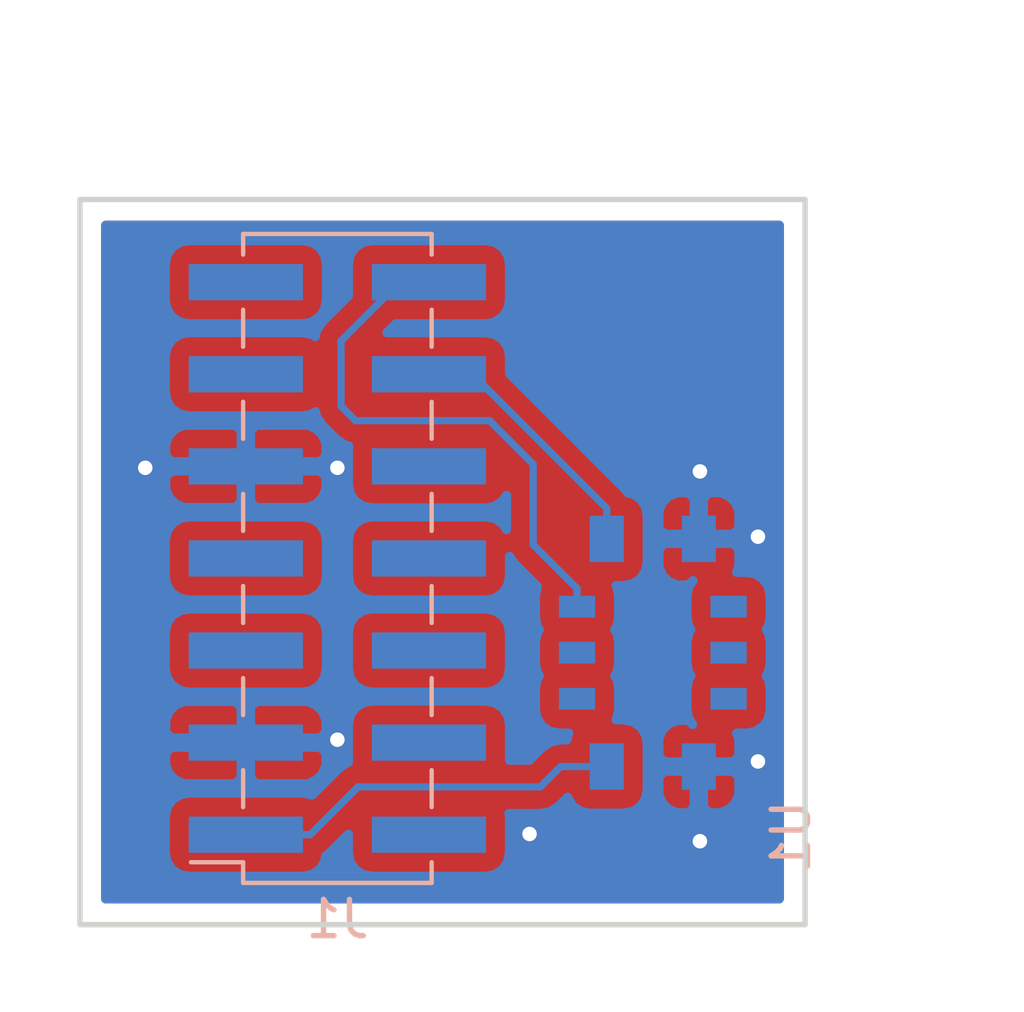
<source format=kicad_pcb>
(kicad_pcb (version 4) (host pcbnew 4.0.7-e2-6376~58~ubuntu16.04.1)

  (general
    (links 6)
    (no_connects 1)
    (area 131.924999 95.924999 152.075001 116.075001)
    (thickness 1.6)
    (drawings 6)
    (tracks 44)
    (zones 0)
    (modules 2)
    (nets 19)
  )

  (page A4)
  (layers
    (0 F.Cu signal)
    (31 B.Cu signal)
    (32 B.Adhes user)
    (33 F.Adhes user)
    (34 B.Paste user)
    (35 F.Paste user)
    (36 B.SilkS user)
    (37 F.SilkS user)
    (38 B.Mask user)
    (39 F.Mask user)
    (40 Dwgs.User user)
    (41 Cmts.User user)
    (42 Eco1.User user)
    (43 Eco2.User user)
    (44 Edge.Cuts user)
    (45 Margin user)
    (46 B.CrtYd user)
    (47 F.CrtYd user)
    (48 B.Fab user)
    (49 F.Fab user)
  )

  (setup
    (last_trace_width 0.2)
    (trace_clearance 0.2)
    (zone_clearance 0.508)
    (zone_45_only no)
    (trace_min 0.2)
    (segment_width 0.2)
    (edge_width 0.15)
    (via_size 0.6)
    (via_drill 0.4)
    (via_min_size 0.4)
    (via_min_drill 0.3)
    (uvia_size 0.3)
    (uvia_drill 0.1)
    (uvias_allowed no)
    (uvia_min_size 0.2)
    (uvia_min_drill 0.1)
    (pcb_text_width 0.3)
    (pcb_text_size 1.5 1.5)
    (mod_edge_width 0.15)
    (mod_text_size 1 1)
    (mod_text_width 0.15)
    (pad_size 1.524 1.524)
    (pad_drill 0.762)
    (pad_to_mask_clearance 0.2)
    (aux_axis_origin 0 0)
    (visible_elements FFFFFF7F)
    (pcbplotparams
      (layerselection 0x00000_80000000)
      (usegerberextensions false)
      (excludeedgelayer true)
      (linewidth 0.100000)
      (plotframeref false)
      (viasonmask false)
      (mode 1)
      (useauxorigin false)
      (hpglpennumber 1)
      (hpglpenspeed 20)
      (hpglpendiameter 15)
      (hpglpenoverlay 2)
      (psnegative true)
      (psa4output false)
      (plotreference true)
      (plotvalue true)
      (plotinvisibletext false)
      (padsonsilk false)
      (subtractmaskfromsilk false)
      (outputformat 5)
      (mirror false)
      (drillshape 0)
      (scaleselection 1)
      (outputdirectory gerbers))
  )

  (net 0 "")
  (net 1 "Net-(J1-Pad4)")
  (net 2 "Net-(J1-Pad5)")
  (net 3 "Net-(J1-Pad6)")
  (net 4 "Net-(J1-Pad7)")
  (net 5 "Net-(J1-Pad8)")
  (net 6 GND)
  (net 7 VCC)
  (net 8 "Net-(U1-Pad1)")
  (net 9 "Net-(U1-Pad2)")
  (net 10 "Net-(U1-Pad3)")
  (net 11 "Net-(U1-Pad6)")
  (net 12 "Net-(U1-Pad7)")
  (net 13 "Net-(J1-Pad2)")
  (net 14 "Net-(J1-Pad10)")
  (net 15 "Net-(J1-Pad11)")
  (net 16 EN)
  (net 17 "Net-(J1-Pad13)")
  (net 18 HRF_CLKIN)

  (net_class Default "This is the default net class."
    (clearance 0.2)
    (trace_width 0.2)
    (via_dia 0.6)
    (via_drill 0.4)
    (uvia_dia 0.3)
    (uvia_drill 0.1)
    (add_net EN)
    (add_net GND)
    (add_net HRF_CLKIN)
    (add_net "Net-(J1-Pad10)")
    (add_net "Net-(J1-Pad11)")
    (add_net "Net-(J1-Pad13)")
    (add_net "Net-(J1-Pad2)")
    (add_net "Net-(J1-Pad4)")
    (add_net "Net-(J1-Pad5)")
    (add_net "Net-(J1-Pad6)")
    (add_net "Net-(J1-Pad7)")
    (add_net "Net-(J1-Pad8)")
    (add_net "Net-(U1-Pad1)")
    (add_net "Net-(U1-Pad2)")
    (add_net "Net-(U1-Pad3)")
    (add_net "Net-(U1-Pad6)")
    (add_net "Net-(U1-Pad7)")
    (add_net VCC)
  )

  (module Pin_Headers:Pin_Header_Straight_2x07_Pitch2.54mm_SMD (layer B.Cu) (tedit 59650532) (tstamp 59DE576F)
    (at 139.1 105.9)
    (descr "surface-mounted straight pin header, 2x07, 2.54mm pitch, double rows")
    (tags "Surface mounted pin header SMD 2x07 2.54mm double row")
    (path /59DE5636)
    (attr smd)
    (fp_text reference J1 (at 0 9.95) (layer B.SilkS)
      (effects (font (size 1 1) (thickness 0.15)) (justify mirror))
    )
    (fp_text value Conn_02x07_Odd_Even (at 0 -9.95) (layer B.Fab)
      (effects (font (size 1 1) (thickness 0.15)) (justify mirror))
    )
    (fp_line (start 2.54 -8.89) (end -2.54 -8.89) (layer B.Fab) (width 0.1))
    (fp_line (start -1.59 8.89) (end 2.54 8.89) (layer B.Fab) (width 0.1))
    (fp_line (start -2.54 -8.89) (end -2.54 7.94) (layer B.Fab) (width 0.1))
    (fp_line (start -2.54 7.94) (end -1.59 8.89) (layer B.Fab) (width 0.1))
    (fp_line (start 2.54 8.89) (end 2.54 -8.89) (layer B.Fab) (width 0.1))
    (fp_line (start -2.54 7.94) (end -3.6 7.94) (layer B.Fab) (width 0.1))
    (fp_line (start -3.6 7.94) (end -3.6 7.3) (layer B.Fab) (width 0.1))
    (fp_line (start -3.6 7.3) (end -2.54 7.3) (layer B.Fab) (width 0.1))
    (fp_line (start 2.54 7.94) (end 3.6 7.94) (layer B.Fab) (width 0.1))
    (fp_line (start 3.6 7.94) (end 3.6 7.3) (layer B.Fab) (width 0.1))
    (fp_line (start 3.6 7.3) (end 2.54 7.3) (layer B.Fab) (width 0.1))
    (fp_line (start -2.54 5.4) (end -3.6 5.4) (layer B.Fab) (width 0.1))
    (fp_line (start -3.6 5.4) (end -3.6 4.76) (layer B.Fab) (width 0.1))
    (fp_line (start -3.6 4.76) (end -2.54 4.76) (layer B.Fab) (width 0.1))
    (fp_line (start 2.54 5.4) (end 3.6 5.4) (layer B.Fab) (width 0.1))
    (fp_line (start 3.6 5.4) (end 3.6 4.76) (layer B.Fab) (width 0.1))
    (fp_line (start 3.6 4.76) (end 2.54 4.76) (layer B.Fab) (width 0.1))
    (fp_line (start -2.54 2.86) (end -3.6 2.86) (layer B.Fab) (width 0.1))
    (fp_line (start -3.6 2.86) (end -3.6 2.22) (layer B.Fab) (width 0.1))
    (fp_line (start -3.6 2.22) (end -2.54 2.22) (layer B.Fab) (width 0.1))
    (fp_line (start 2.54 2.86) (end 3.6 2.86) (layer B.Fab) (width 0.1))
    (fp_line (start 3.6 2.86) (end 3.6 2.22) (layer B.Fab) (width 0.1))
    (fp_line (start 3.6 2.22) (end 2.54 2.22) (layer B.Fab) (width 0.1))
    (fp_line (start -2.54 0.32) (end -3.6 0.32) (layer B.Fab) (width 0.1))
    (fp_line (start -3.6 0.32) (end -3.6 -0.32) (layer B.Fab) (width 0.1))
    (fp_line (start -3.6 -0.32) (end -2.54 -0.32) (layer B.Fab) (width 0.1))
    (fp_line (start 2.54 0.32) (end 3.6 0.32) (layer B.Fab) (width 0.1))
    (fp_line (start 3.6 0.32) (end 3.6 -0.32) (layer B.Fab) (width 0.1))
    (fp_line (start 3.6 -0.32) (end 2.54 -0.32) (layer B.Fab) (width 0.1))
    (fp_line (start -2.54 -2.22) (end -3.6 -2.22) (layer B.Fab) (width 0.1))
    (fp_line (start -3.6 -2.22) (end -3.6 -2.86) (layer B.Fab) (width 0.1))
    (fp_line (start -3.6 -2.86) (end -2.54 -2.86) (layer B.Fab) (width 0.1))
    (fp_line (start 2.54 -2.22) (end 3.6 -2.22) (layer B.Fab) (width 0.1))
    (fp_line (start 3.6 -2.22) (end 3.6 -2.86) (layer B.Fab) (width 0.1))
    (fp_line (start 3.6 -2.86) (end 2.54 -2.86) (layer B.Fab) (width 0.1))
    (fp_line (start -2.54 -4.76) (end -3.6 -4.76) (layer B.Fab) (width 0.1))
    (fp_line (start -3.6 -4.76) (end -3.6 -5.4) (layer B.Fab) (width 0.1))
    (fp_line (start -3.6 -5.4) (end -2.54 -5.4) (layer B.Fab) (width 0.1))
    (fp_line (start 2.54 -4.76) (end 3.6 -4.76) (layer B.Fab) (width 0.1))
    (fp_line (start 3.6 -4.76) (end 3.6 -5.4) (layer B.Fab) (width 0.1))
    (fp_line (start 3.6 -5.4) (end 2.54 -5.4) (layer B.Fab) (width 0.1))
    (fp_line (start -2.54 -7.3) (end -3.6 -7.3) (layer B.Fab) (width 0.1))
    (fp_line (start -3.6 -7.3) (end -3.6 -7.94) (layer B.Fab) (width 0.1))
    (fp_line (start -3.6 -7.94) (end -2.54 -7.94) (layer B.Fab) (width 0.1))
    (fp_line (start 2.54 -7.3) (end 3.6 -7.3) (layer B.Fab) (width 0.1))
    (fp_line (start 3.6 -7.3) (end 3.6 -7.94) (layer B.Fab) (width 0.1))
    (fp_line (start 3.6 -7.94) (end 2.54 -7.94) (layer B.Fab) (width 0.1))
    (fp_line (start -2.6 8.95) (end 2.6 8.95) (layer B.SilkS) (width 0.12))
    (fp_line (start -2.6 -8.95) (end 2.6 -8.95) (layer B.SilkS) (width 0.12))
    (fp_line (start -4.04 8.38) (end -2.6 8.38) (layer B.SilkS) (width 0.12))
    (fp_line (start -2.6 8.95) (end -2.6 8.38) (layer B.SilkS) (width 0.12))
    (fp_line (start 2.6 8.95) (end 2.6 8.38) (layer B.SilkS) (width 0.12))
    (fp_line (start -2.6 -8.38) (end -2.6 -8.95) (layer B.SilkS) (width 0.12))
    (fp_line (start 2.6 -8.38) (end 2.6 -8.95) (layer B.SilkS) (width 0.12))
    (fp_line (start -2.6 6.86) (end -2.6 5.84) (layer B.SilkS) (width 0.12))
    (fp_line (start 2.6 6.86) (end 2.6 5.84) (layer B.SilkS) (width 0.12))
    (fp_line (start -2.6 4.32) (end -2.6 3.3) (layer B.SilkS) (width 0.12))
    (fp_line (start 2.6 4.32) (end 2.6 3.3) (layer B.SilkS) (width 0.12))
    (fp_line (start -2.6 1.78) (end -2.6 0.76) (layer B.SilkS) (width 0.12))
    (fp_line (start 2.6 1.78) (end 2.6 0.76) (layer B.SilkS) (width 0.12))
    (fp_line (start -2.6 -0.76) (end -2.6 -1.78) (layer B.SilkS) (width 0.12))
    (fp_line (start 2.6 -0.76) (end 2.6 -1.78) (layer B.SilkS) (width 0.12))
    (fp_line (start -2.6 -3.3) (end -2.6 -4.32) (layer B.SilkS) (width 0.12))
    (fp_line (start 2.6 -3.3) (end 2.6 -4.32) (layer B.SilkS) (width 0.12))
    (fp_line (start -2.6 -5.84) (end -2.6 -6.86) (layer B.SilkS) (width 0.12))
    (fp_line (start 2.6 -5.84) (end 2.6 -6.86) (layer B.SilkS) (width 0.12))
    (fp_line (start -5.9 9.4) (end -5.9 -9.4) (layer B.CrtYd) (width 0.05))
    (fp_line (start -5.9 -9.4) (end 5.9 -9.4) (layer B.CrtYd) (width 0.05))
    (fp_line (start 5.9 -9.4) (end 5.9 9.4) (layer B.CrtYd) (width 0.05))
    (fp_line (start 5.9 9.4) (end -5.9 9.4) (layer B.CrtYd) (width 0.05))
    (fp_text user %R (at 0 0 270) (layer B.Fab)
      (effects (font (size 1 1) (thickness 0.15)) (justify mirror))
    )
    (pad 1 smd rect (at -2.525 7.62) (size 3.15 1) (layers B.Cu B.Paste B.Mask)
      (net 18 HRF_CLKIN))
    (pad 2 smd rect (at 2.525 7.62) (size 3.15 1) (layers B.Cu B.Paste B.Mask)
      (net 13 "Net-(J1-Pad2)"))
    (pad 3 smd rect (at -2.525 5.08) (size 3.15 1) (layers B.Cu B.Paste B.Mask)
      (net 6 GND))
    (pad 4 smd rect (at 2.525 5.08) (size 3.15 1) (layers B.Cu B.Paste B.Mask)
      (net 1 "Net-(J1-Pad4)"))
    (pad 5 smd rect (at -2.525 2.54) (size 3.15 1) (layers B.Cu B.Paste B.Mask)
      (net 2 "Net-(J1-Pad5)"))
    (pad 6 smd rect (at 2.525 2.54) (size 3.15 1) (layers B.Cu B.Paste B.Mask)
      (net 3 "Net-(J1-Pad6)"))
    (pad 7 smd rect (at -2.525 0) (size 3.15 1) (layers B.Cu B.Paste B.Mask)
      (net 4 "Net-(J1-Pad7)"))
    (pad 8 smd rect (at 2.525 0) (size 3.15 1) (layers B.Cu B.Paste B.Mask)
      (net 5 "Net-(J1-Pad8)"))
    (pad 9 smd rect (at -2.525 -2.54) (size 3.15 1) (layers B.Cu B.Paste B.Mask)
      (net 6 GND))
    (pad 10 smd rect (at 2.525 -2.54) (size 3.15 1) (layers B.Cu B.Paste B.Mask)
      (net 14 "Net-(J1-Pad10)"))
    (pad 11 smd rect (at -2.525 -5.08) (size 3.15 1) (layers B.Cu B.Paste B.Mask)
      (net 15 "Net-(J1-Pad11)"))
    (pad 12 smd rect (at 2.525 -5.08) (size 3.15 1) (layers B.Cu B.Paste B.Mask)
      (net 7 VCC))
    (pad 13 smd rect (at -2.525 -7.62) (size 3.15 1) (layers B.Cu B.Paste B.Mask)
      (net 17 "Net-(J1-Pad13)"))
    (pad 14 smd rect (at 2.525 -7.62) (size 3.15 1) (layers B.Cu B.Paste B.Mask)
      (net 16 EN))
    (model ${KISYS3DMOD}/Pin_Headers.3dshapes/Pin_Header_Straight_2x07_Pitch2.54mm_SMD.wrl
      (at (xyz 0 0 0))
      (scale (xyz 1 1 1))
      (rotate (xyz 0 0 0))
    )
  )

  (module "hackrf-tcxo:TXC_7N(10)" (layer B.Cu) (tedit 59D96E04) (tstamp 59D97098)
    (at 147.8 108.5 270)
    (path /59D92F1F)
    (fp_text reference U1 (at 5.08 -3.81 270) (layer B.SilkS)
      (effects (font (size 1 1) (thickness 0.15)) (justify mirror))
    )
    (fp_text value "TXC_7N(10)" (at 0 4.18 270) (layer B.Fab)
      (effects (font (size 1 1) (thickness 0.15)) (justify mirror))
    )
    (pad 9 smd rect (at -3.14 1.27 270) (size 1.28 0.94) (layers B.Cu B.Paste B.Mask)
      (net 7 VCC))
    (pad 10 smd rect (at -3.14 -1.27 270) (size 1.28 0.94) (layers B.Cu B.Paste B.Mask)
      (net 6 GND))
    (pad 4 smd rect (at 3.14 -1.27 270) (size 1.28 0.94) (layers B.Cu B.Paste B.Mask)
      (net 6 GND))
    (pad 5 smd rect (at 3.14 1.27 270) (size 1.28 0.94) (layers B.Cu B.Paste B.Mask)
      (net 18 HRF_CLKIN))
    (pad 1 smd rect (at -1.27 -2.09 270) (size 0.6 1) (layers B.Cu B.Paste B.Mask)
      (net 8 "Net-(U1-Pad1)"))
    (pad 2 smd rect (at 0 -2.09 270) (size 0.6 1) (layers B.Cu B.Paste B.Mask)
      (net 9 "Net-(U1-Pad2)"))
    (pad 3 smd rect (at 1.27 -2.09 270) (size 0.6 1) (layers B.Cu B.Paste B.Mask)
      (net 10 "Net-(U1-Pad3)"))
    (pad 6 smd rect (at 1.27 2.09 270) (size 0.6 1) (layers B.Cu B.Paste B.Mask)
      (net 11 "Net-(U1-Pad6)"))
    (pad 7 smd rect (at 0 2.09 270) (size 0.6 1) (layers B.Cu B.Paste B.Mask)
      (net 12 "Net-(U1-Pad7)"))
    (pad 8 smd rect (at -1.27 2.09 270) (size 0.6 1) (layers B.Cu B.Paste B.Mask)
      (net 16 EN))
  )

  (dimension 20 (width 0.3) (layer Dwgs.User)
    (gr_text "20.000 mm" (at 155.359944 106 270) (layer Dwgs.User)
      (effects (font (size 1.5 1.5) (thickness 0.3)))
    )
    (feature1 (pts (xy 152 116) (xy 156.709944 116)))
    (feature2 (pts (xy 152 96) (xy 156.709944 96)))
    (crossbar (pts (xy 154.009944 96) (xy 154.009944 116)))
    (arrow1a (pts (xy 154.009944 116) (xy 153.423523 114.873496)))
    (arrow1b (pts (xy 154.009944 116) (xy 154.596365 114.873496)))
    (arrow2a (pts (xy 154.009944 96) (xy 153.423523 97.126504)))
    (arrow2b (pts (xy 154.009944 96) (xy 154.596365 97.126504)))
  )
  (dimension 20 (width 0.3) (layer Dwgs.User)
    (gr_text "20.000 mm" (at 142 92.350677) (layer Dwgs.User)
      (effects (font (size 1.5 1.5) (thickness 0.3)))
    )
    (feature1 (pts (xy 152 96) (xy 152 91.000677)))
    (feature2 (pts (xy 132 96) (xy 132 91.000677)))
    (crossbar (pts (xy 132 93.700677) (xy 152 93.700677)))
    (arrow1a (pts (xy 152 93.700677) (xy 150.873496 94.287098)))
    (arrow1b (pts (xy 152 93.700677) (xy 150.873496 93.114256)))
    (arrow2a (pts (xy 132 93.700677) (xy 133.126504 94.287098)))
    (arrow2b (pts (xy 132 93.700677) (xy 133.126504 93.114256)))
  )
  (gr_line (start 152 96) (end 132 96) (angle 90) (layer Edge.Cuts) (width 0.15))
  (gr_line (start 132 116) (end 132 96) (angle 90) (layer Edge.Cuts) (width 0.15))
  (gr_line (start 152 116) (end 132 116) (angle 90) (layer Edge.Cuts) (width 0.15))
  (gr_line (start 152 96) (end 152 116) (angle 90) (layer Edge.Cuts) (width 0.15))

  (segment (start 139.1 110.9) (end 141.7 113.5) (width 0.2) (layer F.Cu) (net 6))
  (segment (start 141.7 113.5) (end 144.4 113.5) (width 0.2) (layer F.Cu) (net 6))
  (via (at 144.4 113.5) (size 0.6) (drill 0.4) (layers F.Cu B.Cu) (net 6))
  (segment (start 138.37 111) (end 139 111) (width 0.2) (layer B.Cu) (net 6))
  (segment (start 139 111) (end 139.1 110.9) (width 0.2) (layer B.Cu) (net 6))
  (via (at 139.1 110.9) (size 0.6) (drill 0.4) (layers F.Cu B.Cu) (net 6))
  (segment (start 136.575 110.98) (end 138.35 110.98) (width 0.2) (layer B.Cu) (net 6))
  (segment (start 138.35 110.98) (end 138.37 111) (width 0.2) (layer B.Cu) (net 6))
  (segment (start 150.7 111.5) (end 149.1 113.1) (width 0.2) (layer F.Cu) (net 6))
  (segment (start 149.1 113.1) (end 149.1 113.7) (width 0.2) (layer F.Cu) (net 6))
  (via (at 149.1 113.7) (size 0.6) (drill 0.4) (layers F.Cu B.Cu) (net 6))
  (segment (start 149.07 111.64) (end 150.56 111.64) (width 0.2) (layer B.Cu) (net 6))
  (segment (start 150.56 111.64) (end 150.7 111.5) (width 0.2) (layer B.Cu) (net 6))
  (via (at 150.7 111.5) (size 0.6) (drill 0.4) (layers F.Cu B.Cu) (net 6))
  (segment (start 149.1 103.5) (end 150.7 105.1) (width 0.2) (layer F.Cu) (net 6))
  (via (at 150.7 105.3) (size 0.6) (drill 0.4) (layers F.Cu B.Cu) (net 6))
  (segment (start 150.7 105.1) (end 150.7 105.3) (width 0.2) (layer F.Cu) (net 6))
  (segment (start 149.07 105.36) (end 149.07 103.53) (width 0.2) (layer B.Cu) (net 6))
  (via (at 149.1 103.5) (size 0.6) (drill 0.4) (layers F.Cu B.Cu) (net 6))
  (segment (start 149.07 103.53) (end 149.1 103.5) (width 0.2) (layer B.Cu) (net 6))
  (segment (start 133.8 103.4) (end 137.8 103.4) (width 0.2) (layer F.Cu) (net 6))
  (segment (start 137.8 103.4) (end 139 104.6) (width 0.2) (layer F.Cu) (net 6))
  (via (at 139.1 103.4) (size 0.6) (drill 0.4) (layers F.Cu B.Cu) (net 6))
  (segment (start 136.575 103.36) (end 134.8 103.36) (width 0.2) (layer B.Cu) (net 6))
  (segment (start 134.76 103.4) (end 133.8 103.4) (width 0.2) (layer B.Cu) (net 6))
  (segment (start 134.8 103.36) (end 134.76 103.4) (width 0.2) (layer B.Cu) (net 6))
  (via (at 133.8 103.4) (size 0.6) (drill 0.4) (layers F.Cu B.Cu) (net 6))
  (segment (start 146.53 105.36) (end 146.53 104.52) (width 0.2) (layer B.Cu) (net 7))
  (segment (start 146.53 104.52) (end 142.83 100.82) (width 0.2) (layer B.Cu) (net 7))
  (segment (start 142.83 100.82) (end 141.625 100.82) (width 0.2) (layer B.Cu) (net 7))
  (segment (start 145.71 107.23) (end 145.71 106.73) (width 0.2) (layer B.Cu) (net 16))
  (segment (start 145.71 106.73) (end 144.5 105.52) (width 0.2) (layer B.Cu) (net 16))
  (segment (start 144.5 105.52) (end 144.5 103.3) (width 0.2) (layer B.Cu) (net 16))
  (segment (start 144.5 103.3) (end 143.3 102.1) (width 0.2) (layer B.Cu) (net 16))
  (segment (start 139.6 102.1) (end 139.2 101.7) (width 0.2) (layer B.Cu) (net 16))
  (segment (start 139.2 101.7) (end 139.2 99.9) (width 0.2) (layer B.Cu) (net 16))
  (segment (start 143.3 102.1) (end 139.6 102.1) (width 0.2) (layer B.Cu) (net 16))
  (segment (start 139.2 99.9) (end 140.82 98.28) (width 0.2) (layer B.Cu) (net 16))
  (segment (start 140.82 98.28) (end 141.625 98.28) (width 0.2) (layer B.Cu) (net 16))
  (segment (start 136.575 113.52) (end 138.35 113.52) (width 0.2) (layer B.Cu) (net 18))
  (segment (start 138.35 113.52) (end 139.67 112.2) (width 0.2) (layer B.Cu) (net 18))
  (segment (start 139.67 112.2) (end 144.7 112.2) (width 0.2) (layer B.Cu) (net 18))
  (segment (start 144.7 112.2) (end 145.26 111.64) (width 0.2) (layer B.Cu) (net 18))
  (segment (start 145.26 111.64) (end 146.53 111.64) (width 0.2) (layer B.Cu) (net 18))

  (zone (net 6) (net_name GND) (layer F.Cu) (tstamp 59D9711F) (hatch edge 0.508)
    (connect_pads (clearance 0.508))
    (min_thickness 0.254)
    (fill yes (arc_segments 16) (thermal_gap 0.508) (thermal_bridge_width 0.508))
    (polygon
      (pts
        (xy 154.5 118.422) (xy 129.794 118.364) (xy 129.794 94.742) (xy 154.5 94.8)
      )
    )
    (filled_polygon
      (pts
        (xy 151.29 115.29) (xy 132.71 115.29) (xy 132.71 96.71) (xy 151.29 96.71)
      )
    )
  )
  (zone (net 6) (net_name GND) (layer B.Cu) (tstamp 59D9711F) (hatch edge 0.508)
    (connect_pads (clearance 0.508))
    (min_thickness 0.254)
    (fill yes (arc_segments 16) (thermal_gap 0.508) (thermal_bridge_width 0.508))
    (polygon
      (pts
        (xy 154.6 118.322) (xy 129.794 118.364) (xy 129.794 94.742) (xy 154.6 94.7)
      )
    )
    (filled_polygon
      (pts
        (xy 151.29 115.29) (xy 132.71 115.29) (xy 132.71 111.26575) (xy 134.365 111.26575) (xy 134.365 111.60631)
        (xy 134.461673 111.839699) (xy 134.640302 112.018327) (xy 134.873691 112.115) (xy 136.28925 112.115) (xy 136.448 111.95625)
        (xy 136.448 111.107) (xy 136.702 111.107) (xy 136.702 111.95625) (xy 136.86075 112.115) (xy 138.276309 112.115)
        (xy 138.509698 112.018327) (xy 138.688327 111.839699) (xy 138.785 111.60631) (xy 138.785 111.26575) (xy 138.62625 111.107)
        (xy 136.702 111.107) (xy 136.448 111.107) (xy 134.52375 111.107) (xy 134.365 111.26575) (xy 132.71 111.26575)
        (xy 132.71 110.35369) (xy 134.365 110.35369) (xy 134.365 110.69425) (xy 134.52375 110.853) (xy 136.448 110.853)
        (xy 136.448 110.00375) (xy 136.702 110.00375) (xy 136.702 110.853) (xy 138.62625 110.853) (xy 138.785 110.69425)
        (xy 138.785 110.35369) (xy 138.688327 110.120301) (xy 138.509698 109.941673) (xy 138.276309 109.845) (xy 136.86075 109.845)
        (xy 136.702 110.00375) (xy 136.448 110.00375) (xy 136.28925 109.845) (xy 134.873691 109.845) (xy 134.640302 109.941673)
        (xy 134.461673 110.120301) (xy 134.365 110.35369) (xy 132.71 110.35369) (xy 132.71 107.94) (xy 134.35256 107.94)
        (xy 134.35256 108.94) (xy 134.396838 109.175317) (xy 134.53591 109.391441) (xy 134.74811 109.536431) (xy 135 109.58744)
        (xy 138.15 109.58744) (xy 138.385317 109.543162) (xy 138.601441 109.40409) (xy 138.746431 109.19189) (xy 138.79744 108.94)
        (xy 138.79744 107.94) (xy 139.40256 107.94) (xy 139.40256 108.94) (xy 139.446838 109.175317) (xy 139.58591 109.391441)
        (xy 139.79811 109.536431) (xy 140.05 109.58744) (xy 143.2 109.58744) (xy 143.435317 109.543162) (xy 143.651441 109.40409)
        (xy 143.796431 109.19189) (xy 143.84744 108.94) (xy 143.84744 107.94) (xy 143.803162 107.704683) (xy 143.66409 107.488559)
        (xy 143.45189 107.343569) (xy 143.2 107.29256) (xy 140.05 107.29256) (xy 139.814683 107.336838) (xy 139.598559 107.47591)
        (xy 139.453569 107.68811) (xy 139.40256 107.94) (xy 138.79744 107.94) (xy 138.753162 107.704683) (xy 138.61409 107.488559)
        (xy 138.40189 107.343569) (xy 138.15 107.29256) (xy 135 107.29256) (xy 134.764683 107.336838) (xy 134.548559 107.47591)
        (xy 134.403569 107.68811) (xy 134.35256 107.94) (xy 132.71 107.94) (xy 132.71 105.4) (xy 134.35256 105.4)
        (xy 134.35256 106.4) (xy 134.396838 106.635317) (xy 134.53591 106.851441) (xy 134.74811 106.996431) (xy 135 107.04744)
        (xy 138.15 107.04744) (xy 138.385317 107.003162) (xy 138.601441 106.86409) (xy 138.746431 106.65189) (xy 138.79744 106.4)
        (xy 138.79744 105.4) (xy 138.753162 105.164683) (xy 138.61409 104.948559) (xy 138.40189 104.803569) (xy 138.15 104.75256)
        (xy 135 104.75256) (xy 134.764683 104.796838) (xy 134.548559 104.93591) (xy 134.403569 105.14811) (xy 134.35256 105.4)
        (xy 132.71 105.4) (xy 132.71 103.64575) (xy 134.365 103.64575) (xy 134.365 103.98631) (xy 134.461673 104.219699)
        (xy 134.640302 104.398327) (xy 134.873691 104.495) (xy 136.28925 104.495) (xy 136.448 104.33625) (xy 136.448 103.487)
        (xy 136.702 103.487) (xy 136.702 104.33625) (xy 136.86075 104.495) (xy 138.276309 104.495) (xy 138.509698 104.398327)
        (xy 138.688327 104.219699) (xy 138.785 103.98631) (xy 138.785 103.64575) (xy 138.62625 103.487) (xy 136.702 103.487)
        (xy 136.448 103.487) (xy 134.52375 103.487) (xy 134.365 103.64575) (xy 132.71 103.64575) (xy 132.71 102.73369)
        (xy 134.365 102.73369) (xy 134.365 103.07425) (xy 134.52375 103.233) (xy 136.448 103.233) (xy 136.448 102.38375)
        (xy 136.702 102.38375) (xy 136.702 103.233) (xy 138.62625 103.233) (xy 138.785 103.07425) (xy 138.785 102.73369)
        (xy 138.688327 102.500301) (xy 138.509698 102.321673) (xy 138.276309 102.225) (xy 136.86075 102.225) (xy 136.702 102.38375)
        (xy 136.448 102.38375) (xy 136.28925 102.225) (xy 134.873691 102.225) (xy 134.640302 102.321673) (xy 134.461673 102.500301)
        (xy 134.365 102.73369) (xy 132.71 102.73369) (xy 132.71 100.32) (xy 134.35256 100.32) (xy 134.35256 101.32)
        (xy 134.396838 101.555317) (xy 134.53591 101.771441) (xy 134.74811 101.916431) (xy 135 101.96744) (xy 138.15 101.96744)
        (xy 138.385317 101.923162) (xy 138.495311 101.852382) (xy 138.520949 101.981272) (xy 138.680277 102.219723) (xy 139.080276 102.619723)
        (xy 139.318727 102.779051) (xy 139.324886 102.780276) (xy 139.415072 102.798215) (xy 139.40256 102.86) (xy 139.40256 103.86)
        (xy 139.446838 104.095317) (xy 139.58591 104.311441) (xy 139.79811 104.456431) (xy 140.05 104.50744) (xy 143.2 104.50744)
        (xy 143.435317 104.463162) (xy 143.651441 104.32409) (xy 143.765 104.157891) (xy 143.765 105.105378) (xy 143.66409 104.948559)
        (xy 143.45189 104.803569) (xy 143.2 104.75256) (xy 140.05 104.75256) (xy 139.814683 104.796838) (xy 139.598559 104.93591)
        (xy 139.453569 105.14811) (xy 139.40256 105.4) (xy 139.40256 106.4) (xy 139.446838 106.635317) (xy 139.58591 106.851441)
        (xy 139.79811 106.996431) (xy 140.05 107.04744) (xy 143.2 107.04744) (xy 143.435317 107.003162) (xy 143.651441 106.86409)
        (xy 143.796431 106.65189) (xy 143.84744 106.4) (xy 143.84744 105.840919) (xy 143.980277 106.039723) (xy 144.615637 106.675083)
        (xy 144.613569 106.67811) (xy 144.56256 106.93) (xy 144.56256 107.53) (xy 144.606838 107.765317) (xy 144.670678 107.864528)
        (xy 144.613569 107.94811) (xy 144.56256 108.2) (xy 144.56256 108.8) (xy 144.606838 109.035317) (xy 144.670678 109.134528)
        (xy 144.613569 109.21811) (xy 144.56256 109.47) (xy 144.56256 110.07) (xy 144.606838 110.305317) (xy 144.74591 110.521441)
        (xy 144.95811 110.666431) (xy 145.21 110.71744) (xy 145.484525 110.71744) (xy 145.463569 110.74811) (xy 145.431798 110.905)
        (xy 145.26 110.905) (xy 144.978728 110.960949) (xy 144.740277 111.120276) (xy 144.395554 111.465) (xy 143.84744 111.465)
        (xy 143.84744 110.48) (xy 143.803162 110.244683) (xy 143.66409 110.028559) (xy 143.45189 109.883569) (xy 143.2 109.83256)
        (xy 140.05 109.83256) (xy 139.814683 109.876838) (xy 139.598559 110.01591) (xy 139.453569 110.22811) (xy 139.40256 110.48)
        (xy 139.40256 111.48) (xy 139.409488 111.51682) (xy 139.388728 111.520949) (xy 139.150277 111.680276) (xy 138.404917 112.425637)
        (xy 138.40189 112.423569) (xy 138.15 112.37256) (xy 135 112.37256) (xy 134.764683 112.416838) (xy 134.548559 112.55591)
        (xy 134.403569 112.76811) (xy 134.35256 113.02) (xy 134.35256 114.02) (xy 134.396838 114.255317) (xy 134.53591 114.471441)
        (xy 134.74811 114.616431) (xy 135 114.66744) (xy 138.15 114.66744) (xy 138.385317 114.623162) (xy 138.601441 114.48409)
        (xy 138.746431 114.27189) (xy 138.78151 114.098665) (xy 138.869723 114.039723) (xy 139.40256 113.506886) (xy 139.40256 114.02)
        (xy 139.446838 114.255317) (xy 139.58591 114.471441) (xy 139.79811 114.616431) (xy 140.05 114.66744) (xy 143.2 114.66744)
        (xy 143.435317 114.623162) (xy 143.651441 114.48409) (xy 143.796431 114.27189) (xy 143.84744 114.02) (xy 143.84744 113.02)
        (xy 143.831446 112.935) (xy 144.7 112.935) (xy 144.981272 112.879051) (xy 145.219723 112.719723) (xy 145.451658 112.487788)
        (xy 145.456838 112.515317) (xy 145.59591 112.731441) (xy 145.80811 112.876431) (xy 146.06 112.92744) (xy 147 112.92744)
        (xy 147.235317 112.883162) (xy 147.451441 112.74409) (xy 147.596431 112.53189) (xy 147.64744 112.28) (xy 147.64744 111.92575)
        (xy 147.965 111.92575) (xy 147.965 112.406309) (xy 148.061673 112.639698) (xy 148.240301 112.818327) (xy 148.47369 112.915)
        (xy 148.78425 112.915) (xy 148.943 112.75625) (xy 148.943 111.767) (xy 149.197 111.767) (xy 149.197 112.75625)
        (xy 149.35575 112.915) (xy 149.66631 112.915) (xy 149.899699 112.818327) (xy 150.078327 112.639698) (xy 150.175 112.406309)
        (xy 150.175 111.92575) (xy 150.01625 111.767) (xy 149.197 111.767) (xy 148.943 111.767) (xy 148.12375 111.767)
        (xy 147.965 111.92575) (xy 147.64744 111.92575) (xy 147.64744 111) (xy 147.603162 110.764683) (xy 147.46409 110.548559)
        (xy 147.25189 110.403569) (xy 147 110.35256) (xy 146.785475 110.35256) (xy 146.806431 110.32189) (xy 146.85744 110.07)
        (xy 146.85744 109.47) (xy 146.813162 109.234683) (xy 146.749322 109.135472) (xy 146.806431 109.05189) (xy 146.85744 108.8)
        (xy 146.85744 108.2) (xy 146.813162 107.964683) (xy 146.749322 107.865472) (xy 146.806431 107.78189) (xy 146.85744 107.53)
        (xy 146.85744 106.93) (xy 146.813162 106.694683) (xy 146.782762 106.64744) (xy 147 106.64744) (xy 147.235317 106.603162)
        (xy 147.451441 106.46409) (xy 147.596431 106.25189) (xy 147.64744 106) (xy 147.64744 105.64575) (xy 147.965 105.64575)
        (xy 147.965 106.126309) (xy 148.061673 106.359698) (xy 148.240301 106.538327) (xy 148.47369 106.635) (xy 148.78425 106.635)
        (xy 148.906672 106.512578) (xy 148.793569 106.67811) (xy 148.74256 106.93) (xy 148.74256 107.53) (xy 148.786838 107.765317)
        (xy 148.850678 107.864528) (xy 148.793569 107.94811) (xy 148.74256 108.2) (xy 148.74256 108.8) (xy 148.786838 109.035317)
        (xy 148.850678 109.134528) (xy 148.793569 109.21811) (xy 148.74256 109.47) (xy 148.74256 110.07) (xy 148.786838 110.305317)
        (xy 148.899232 110.479982) (xy 148.78425 110.365) (xy 148.47369 110.365) (xy 148.240301 110.461673) (xy 148.061673 110.640302)
        (xy 147.965 110.873691) (xy 147.965 111.35425) (xy 148.12375 111.513) (xy 148.943 111.513) (xy 148.943 111.493)
        (xy 149.197 111.493) (xy 149.197 111.513) (xy 150.01625 111.513) (xy 150.175 111.35425) (xy 150.175 110.873691)
        (xy 150.110279 110.71744) (xy 150.39 110.71744) (xy 150.625317 110.673162) (xy 150.841441 110.53409) (xy 150.986431 110.32189)
        (xy 151.03744 110.07) (xy 151.03744 109.47) (xy 150.993162 109.234683) (xy 150.929322 109.135472) (xy 150.986431 109.05189)
        (xy 151.03744 108.8) (xy 151.03744 108.2) (xy 150.993162 107.964683) (xy 150.929322 107.865472) (xy 150.986431 107.78189)
        (xy 151.03744 107.53) (xy 151.03744 106.93) (xy 150.993162 106.694683) (xy 150.85409 106.478559) (xy 150.64189 106.333569)
        (xy 150.39 106.28256) (xy 150.110279 106.28256) (xy 150.175 106.126309) (xy 150.175 105.64575) (xy 150.01625 105.487)
        (xy 149.197 105.487) (xy 149.197 105.507) (xy 148.943 105.507) (xy 148.943 105.487) (xy 148.12375 105.487)
        (xy 147.965 105.64575) (xy 147.64744 105.64575) (xy 147.64744 104.72) (xy 147.623674 104.593691) (xy 147.965 104.593691)
        (xy 147.965 105.07425) (xy 148.12375 105.233) (xy 148.943 105.233) (xy 148.943 104.24375) (xy 149.197 104.24375)
        (xy 149.197 105.233) (xy 150.01625 105.233) (xy 150.175 105.07425) (xy 150.175 104.593691) (xy 150.078327 104.360302)
        (xy 149.899699 104.181673) (xy 149.66631 104.085) (xy 149.35575 104.085) (xy 149.197 104.24375) (xy 148.943 104.24375)
        (xy 148.78425 104.085) (xy 148.47369 104.085) (xy 148.240301 104.181673) (xy 148.061673 104.360302) (xy 147.965 104.593691)
        (xy 147.623674 104.593691) (xy 147.603162 104.484683) (xy 147.46409 104.268559) (xy 147.25189 104.123569) (xy 147.11336 104.095516)
        (xy 147.049723 104.000276) (xy 143.84744 100.797994) (xy 143.84744 100.32) (xy 143.803162 100.084683) (xy 143.66409 99.868559)
        (xy 143.45189 99.723569) (xy 143.2 99.67256) (xy 140.466886 99.67256) (xy 140.712007 99.42744) (xy 143.2 99.42744)
        (xy 143.435317 99.383162) (xy 143.651441 99.24409) (xy 143.796431 99.03189) (xy 143.84744 98.78) (xy 143.84744 97.78)
        (xy 143.803162 97.544683) (xy 143.66409 97.328559) (xy 143.45189 97.183569) (xy 143.2 97.13256) (xy 140.05 97.13256)
        (xy 139.814683 97.176838) (xy 139.598559 97.31591) (xy 139.453569 97.52811) (xy 139.40256 97.78) (xy 139.40256 98.657994)
        (xy 138.680277 99.380277) (xy 138.520949 99.618728) (xy 138.488344 99.782641) (xy 138.40189 99.723569) (xy 138.15 99.67256)
        (xy 135 99.67256) (xy 134.764683 99.716838) (xy 134.548559 99.85591) (xy 134.403569 100.06811) (xy 134.35256 100.32)
        (xy 132.71 100.32) (xy 132.71 97.78) (xy 134.35256 97.78) (xy 134.35256 98.78) (xy 134.396838 99.015317)
        (xy 134.53591 99.231441) (xy 134.74811 99.376431) (xy 135 99.42744) (xy 138.15 99.42744) (xy 138.385317 99.383162)
        (xy 138.601441 99.24409) (xy 138.746431 99.03189) (xy 138.79744 98.78) (xy 138.79744 97.78) (xy 138.753162 97.544683)
        (xy 138.61409 97.328559) (xy 138.40189 97.183569) (xy 138.15 97.13256) (xy 135 97.13256) (xy 134.764683 97.176838)
        (xy 134.548559 97.31591) (xy 134.403569 97.52811) (xy 134.35256 97.78) (xy 132.71 97.78) (xy 132.71 96.71)
        (xy 151.29 96.71)
      )
    )
  )
)

</source>
